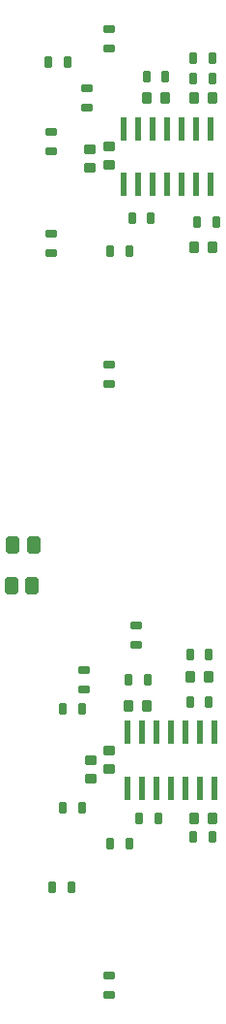
<source format=gbr>
G04 DipTrace 4.0.0.5*
G04 BottomPaste.gbr*
%MOIN*%
G04 #@! TF.FileFunction,Paste,Bot*
G04 #@! TF.Part,Single*
%AMOUTLINE2*
4,1,28,
-0.009517,0.019094,
0.009517,0.019094,
0.011577,0.018823,
0.013377,0.018078,
0.014923,0.016892,
0.016109,0.015346,
0.016855,0.013546,
0.017126,0.011485,
0.017126,-0.011485,
0.016855,-0.013546,
0.016109,-0.015346,
0.014923,-0.016892,
0.013377,-0.018078,
0.011577,-0.018823,
0.009517,-0.019094,
-0.009517,-0.019094,
-0.011577,-0.018823,
-0.013377,-0.018078,
-0.014923,-0.016892,
-0.016109,-0.015346,
-0.016855,-0.013546,
-0.017126,-0.011485,
-0.017126,0.011485,
-0.016855,0.013546,
-0.016109,0.015346,
-0.014923,0.016892,
-0.013377,0.018078,
-0.011577,0.018823,
-0.009517,0.019094,
0*%
%AMOUTLINE5*
4,1,28,
0.009517,-0.019094,
-0.009517,-0.019094,
-0.011577,-0.018823,
-0.013377,-0.018078,
-0.014923,-0.016892,
-0.016109,-0.015346,
-0.016855,-0.013546,
-0.017126,-0.011485,
-0.017126,0.011485,
-0.016855,0.013546,
-0.016109,0.015346,
-0.014923,0.016892,
-0.013377,0.018078,
-0.011577,0.018823,
-0.009517,0.019094,
0.009517,0.019094,
0.011577,0.018823,
0.013377,0.018078,
0.014923,0.016892,
0.016109,0.015346,
0.016855,0.013546,
0.017126,0.011485,
0.017126,-0.011485,
0.016855,-0.013546,
0.016109,-0.015346,
0.014923,-0.016892,
0.013377,-0.018078,
0.011577,-0.018823,
0.009517,-0.019094,
0*%
%AMOUTLINE8*
4,1,28,
-0.019094,-0.009517,
-0.019094,0.009517,
-0.018823,0.011577,
-0.018078,0.013377,
-0.016892,0.014923,
-0.015346,0.016109,
-0.013546,0.016855,
-0.011485,0.017126,
0.011485,0.017126,
0.013546,0.016855,
0.015346,0.016109,
0.016892,0.014923,
0.018078,0.013377,
0.018823,0.011577,
0.019094,0.009517,
0.019094,-0.009517,
0.018823,-0.011577,
0.018078,-0.013377,
0.016892,-0.014923,
0.015346,-0.016109,
0.013546,-0.016855,
0.011485,-0.017126,
-0.011485,-0.017126,
-0.013546,-0.016855,
-0.015346,-0.016109,
-0.016892,-0.014923,
-0.018078,-0.013377,
-0.018823,-0.011577,
-0.019094,-0.009517,
0*%
%AMOUTLINE11*
4,1,28,
0.019094,0.009517,
0.019094,-0.009517,
0.018823,-0.011577,
0.018078,-0.013377,
0.016892,-0.014923,
0.015346,-0.016109,
0.013546,-0.016855,
0.011485,-0.017126,
-0.011485,-0.017126,
-0.013546,-0.016855,
-0.015346,-0.016109,
-0.016892,-0.014923,
-0.018078,-0.013377,
-0.018823,-0.011577,
-0.019094,-0.009517,
-0.019094,0.009517,
-0.018823,0.011577,
-0.018078,0.013377,
-0.016892,0.014923,
-0.015346,0.016109,
-0.013546,0.016855,
-0.011485,0.017126,
0.011485,0.017126,
0.013546,0.016855,
0.015346,0.016109,
0.016892,0.014923,
0.018078,0.013377,
0.018823,0.011577,
0.019094,0.009517,
0*%
%AMOUTLINE14*
4,1,28,
0.013847,-0.028937,
-0.013847,-0.028937,
-0.01601,-0.028652,
-0.017905,-0.027867,
-0.019532,-0.026619,
-0.020781,-0.024991,
-0.021566,-0.023097,
-0.02185,-0.020934,
-0.02185,0.020934,
-0.021566,0.023097,
-0.020781,0.024991,
-0.019532,0.026619,
-0.017905,0.027867,
-0.01601,0.028652,
-0.013847,0.028937,
0.013847,0.028937,
0.01601,0.028652,
0.017905,0.027867,
0.019532,0.026619,
0.020781,0.024991,
0.021566,0.023097,
0.02185,0.020934,
0.02185,-0.020934,
0.021566,-0.023097,
0.020781,-0.024991,
0.019532,-0.026619,
0.017905,-0.027867,
0.01601,-0.028652,
0.013847,-0.028937,
0*%
%AMOUTLINE17*
4,1,28,
-0.013847,0.028937,
0.013847,0.028937,
0.01601,0.028652,
0.017905,0.027867,
0.019532,0.026619,
0.020781,0.024991,
0.021566,0.023097,
0.02185,0.020934,
0.02185,-0.020934,
0.021566,-0.023097,
0.020781,-0.024991,
0.019532,-0.026619,
0.017905,-0.027867,
0.01601,-0.028652,
0.013847,-0.028937,
-0.013847,-0.028937,
-0.01601,-0.028652,
-0.017905,-0.027867,
-0.019532,-0.026619,
-0.020781,-0.024991,
-0.021566,-0.023097,
-0.02185,-0.020934,
-0.02185,0.020934,
-0.021566,0.023097,
-0.020781,0.024991,
-0.019532,0.026619,
-0.017905,0.027867,
-0.01601,0.028652,
-0.013847,0.028937,
0*%
%AMOUTLINE20*
4,1,28,
0.019094,0.008336,
0.019094,-0.008336,
0.018863,-0.010091,
0.018236,-0.011606,
0.017237,-0.012907,
0.015936,-0.013905,
0.014421,-0.014533,
0.012666,-0.014764,
-0.012666,-0.014764,
-0.014421,-0.014533,
-0.015936,-0.013905,
-0.017237,-0.012907,
-0.018236,-0.011606,
-0.018863,-0.010091,
-0.019094,-0.008336,
-0.019094,0.008336,
-0.018863,0.010091,
-0.018236,0.011606,
-0.017237,0.012907,
-0.015936,0.013905,
-0.014421,0.014533,
-0.012666,0.014764,
0.012666,0.014764,
0.014421,0.014533,
0.015936,0.013905,
0.017237,0.012907,
0.018236,0.011606,
0.018863,0.010091,
0.019094,0.008336,
0*%
%AMOUTLINE23*
4,1,28,
-0.019094,-0.008336,
-0.019094,0.008336,
-0.018863,0.010091,
-0.018236,0.011606,
-0.017237,0.012907,
-0.015936,0.013905,
-0.014421,0.014533,
-0.012666,0.014764,
0.012666,0.014764,
0.014421,0.014533,
0.015936,0.013905,
0.017237,0.012907,
0.018236,0.011606,
0.018863,0.010091,
0.019094,0.008336,
0.019094,-0.008336,
0.018863,-0.010091,
0.018236,-0.011606,
0.017237,-0.012907,
0.015936,-0.013905,
0.014421,-0.014533,
0.012666,-0.014764,
-0.012666,-0.014764,
-0.014421,-0.014533,
-0.015936,-0.013905,
-0.017237,-0.012907,
-0.018236,-0.011606,
-0.018863,-0.010091,
-0.019094,-0.008336,
0*%
%AMOUTLINE26*
4,1,28,
-0.008336,0.019094,
0.008336,0.019094,
0.010091,0.018863,
0.011606,0.018236,
0.012907,0.017237,
0.013905,0.015936,
0.014533,0.014421,
0.014764,0.012666,
0.014764,-0.012666,
0.014533,-0.014421,
0.013905,-0.015936,
0.012907,-0.017237,
0.011606,-0.018236,
0.010091,-0.018863,
0.008336,-0.019094,
-0.008336,-0.019094,
-0.010091,-0.018863,
-0.011606,-0.018236,
-0.012907,-0.017237,
-0.013905,-0.015936,
-0.014533,-0.014421,
-0.014764,-0.012666,
-0.014764,0.012666,
-0.014533,0.014421,
-0.013905,0.015936,
-0.012907,0.017237,
-0.011606,0.018236,
-0.010091,0.018863,
-0.008336,0.019094,
0*%
%AMOUTLINE29*
4,1,28,
0.008336,-0.019094,
-0.008336,-0.019094,
-0.010091,-0.018863,
-0.011606,-0.018236,
-0.012907,-0.017237,
-0.013905,-0.015936,
-0.014533,-0.014421,
-0.014764,-0.012666,
-0.014764,0.012666,
-0.014533,0.014421,
-0.013905,0.015936,
-0.012907,0.017237,
-0.011606,0.018236,
-0.010091,0.018863,
-0.008336,0.019094,
0.008336,0.019094,
0.010091,0.018863,
0.011606,0.018236,
0.012907,0.017237,
0.013905,0.015936,
0.014533,0.014421,
0.014764,0.012666,
0.014764,-0.012666,
0.014533,-0.014421,
0.013905,-0.015936,
0.012907,-0.017237,
0.011606,-0.018236,
0.010091,-0.018863,
0.008336,-0.019094,
0*%
%AMOUTLINE32*
4,1,28,
0.005974,-0.039173,
-0.005972,-0.039173,
-0.007218,-0.039009,
-0.008258,-0.038578,
-0.009152,-0.037893,
-0.009837,-0.037,
-0.010268,-0.035959,
-0.010432,-0.034714,
-0.010434,0.034713,
-0.01027,0.035959,
-0.009839,0.036999,
-0.009153,0.037893,
-0.00826,0.038578,
-0.00722,0.039009,
-0.005974,0.039173,
0.005972,0.039173,
0.007218,0.039009,
0.008258,0.038578,
0.009152,0.037893,
0.009837,0.037,
0.010268,0.035959,
0.010432,0.034714,
0.010434,-0.034713,
0.01027,-0.035959,
0.009839,-0.036999,
0.009153,-0.037893,
0.00826,-0.038578,
0.00722,-0.039009,
0.005974,-0.039173,
0*%
%AMOUTLINE35*
4,1,28,
-0.005974,0.039173,
0.005972,0.039173,
0.007218,0.039009,
0.008258,0.038578,
0.009152,0.037893,
0.009837,0.037,
0.010268,0.035959,
0.010432,0.034714,
0.010434,-0.034713,
0.01027,-0.035959,
0.009839,-0.036999,
0.009153,-0.037893,
0.00826,-0.038578,
0.00722,-0.039009,
0.005974,-0.039173,
-0.005972,-0.039173,
-0.007218,-0.039009,
-0.008258,-0.038578,
-0.009152,-0.037893,
-0.009837,-0.037,
-0.010268,-0.035959,
-0.010432,-0.034714,
-0.010434,0.034713,
-0.01027,0.035959,
-0.009839,0.036999,
-0.009153,0.037893,
-0.00826,0.038578,
-0.00722,0.039009,
-0.005974,0.039173,
0*%
%ADD45OUTLINE2*%
%ADD48OUTLINE5*%
%ADD51OUTLINE8*%
%ADD54OUTLINE11*%
%ADD57OUTLINE14*%
%ADD60OUTLINE17*%
%ADD63OUTLINE20*%
%ADD66OUTLINE23*%
%ADD69OUTLINE26*%
%ADD72OUTLINE29*%
%ADD75OUTLINE32*%
%ADD78OUTLINE35*%
%FSLAX26Y26*%
G04*
G70*
G90*
G75*
G01*
G04 BotPaste*
%LPD*%
D45*
X975655Y4218701D3*
D48*
X912663D3*
X1075163Y3706200D3*
D45*
X1138155Y3706201D3*
D48*
X1062663Y2231201D3*
D45*
X1125655D3*
D48*
X1075163Y4218701D3*
D45*
X1138155D3*
X913155Y2131201D3*
D48*
X850163D3*
X1075163Y1743700D3*
D45*
X1138155Y1743701D3*
D51*
X719159Y1943946D3*
D54*
Y1880954D3*
X715166Y3980646D3*
D51*
Y4043638D3*
X781659Y1975197D3*
D54*
X781660Y1912205D3*
D51*
X781659Y4053693D3*
D54*
X781660Y3990701D3*
D57*
X446226Y2543701D3*
D60*
X517092D3*
D57*
X450460Y2682411D3*
D60*
X521326D3*
D63*
X706659Y4185433D3*
D66*
Y4251969D3*
D69*
X977427Y4293701D3*
D72*
X910892D3*
X860892Y3806201D3*
D69*
X927427D3*
D72*
X1085892Y3793700D3*
D69*
X1152427Y3793702D3*
X1127427Y2306202D3*
D72*
X1060892Y2306200D3*
Y2143701D3*
D69*
X1127427D3*
D72*
X573392Y4343701D3*
D69*
X639927D3*
D66*
X581659Y3751969D3*
D63*
X581660Y3685433D3*
D72*
X623392Y1781201D3*
D69*
X689927D3*
D66*
X781659Y4458219D3*
D63*
Y4391684D3*
Y3235433D3*
D66*
Y3301969D3*
D72*
X785892Y1656201D3*
D69*
X852427D3*
X1139927Y4356201D3*
D72*
X1073392D3*
Y4287451D3*
D69*
X1139927D3*
D63*
X694160Y2185433D3*
D66*
X694158Y2251969D3*
D69*
X914927Y2218701D3*
D72*
X848392D3*
X885892Y1743701D3*
D69*
X952427D3*
D72*
X1073392Y1681200D3*
D69*
X1139927Y1681202D3*
D63*
X581659Y4035433D3*
D66*
Y4101969D3*
D72*
X623392Y2118701D3*
D69*
X689927D3*
D72*
X585892Y1506201D3*
D69*
X652427D3*
D72*
X785892Y3693701D3*
D69*
X852427D3*
D66*
X875408Y2408219D3*
D63*
X875409Y2341684D3*
X781659Y1135433D3*
D66*
Y1201969D3*
D75*
X831657Y4113973D3*
X881657Y4113974D3*
X931657Y4113975D3*
X981657Y4113976D3*
X1031657Y4113978D3*
X1081657Y4113979D3*
X1131657Y4113980D3*
D78*
X1131661Y3923429D3*
X1081661Y3923427D3*
X1031661Y3923426D3*
X981661Y3923425D3*
X931661Y3923424D3*
X881661Y3923423D3*
X831661Y3923422D3*
D75*
X844159Y2038976D3*
X894159D3*
X944159D3*
X994159D3*
X1044159D3*
X1094159D3*
X1144159D3*
D78*
Y1848425D3*
X1094159D3*
X1044159D3*
X994159D3*
X944159D3*
X894159D3*
X844159D3*
M02*

</source>
